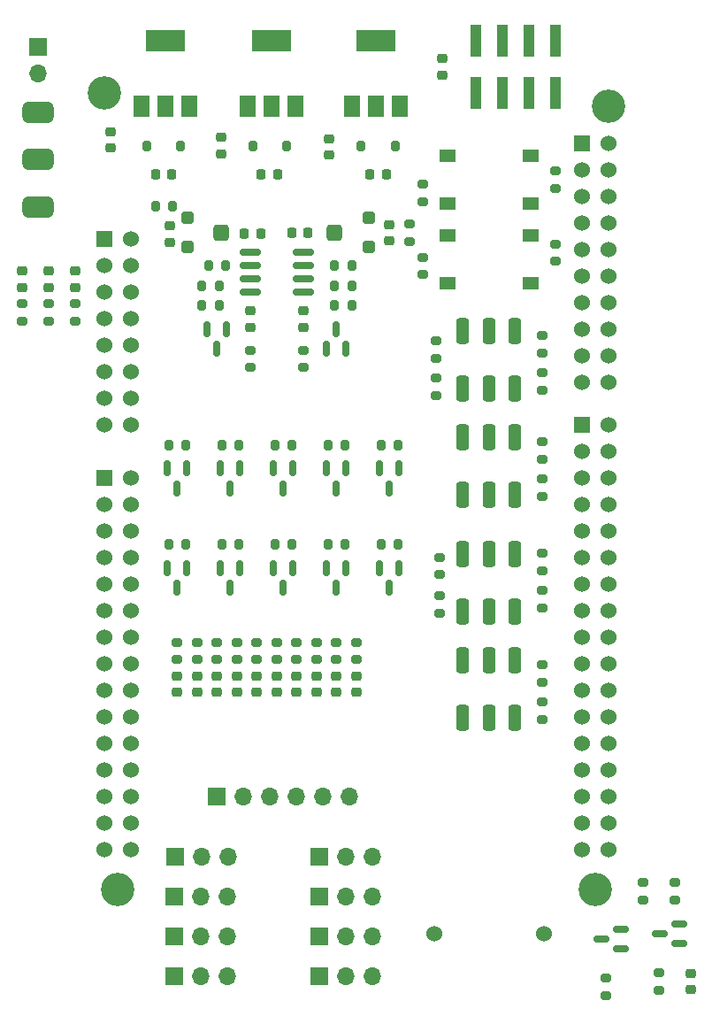
<source format=gbr>
%TF.GenerationSoftware,KiCad,Pcbnew,(6.0.2)*%
%TF.CreationDate,2022-03-26T13:32:26+00:00*%
%TF.ProjectId,Main-Craft-PCB,4d61696e-2d43-4726-9166-742d5043422e,rev?*%
%TF.SameCoordinates,Original*%
%TF.FileFunction,Soldermask,Top*%
%TF.FilePolarity,Negative*%
%FSLAX46Y46*%
G04 Gerber Fmt 4.6, Leading zero omitted, Abs format (unit mm)*
G04 Created by KiCad (PCBNEW (6.0.2)) date 2022-03-26 13:32:26*
%MOMM*%
%LPD*%
G01*
G04 APERTURE LIST*
G04 Aperture macros list*
%AMRoundRect*
0 Rectangle with rounded corners*
0 $1 Rounding radius*
0 $2 $3 $4 $5 $6 $7 $8 $9 X,Y pos of 4 corners*
0 Add a 4 corners polygon primitive as box body*
4,1,4,$2,$3,$4,$5,$6,$7,$8,$9,$2,$3,0*
0 Add four circle primitives for the rounded corners*
1,1,$1+$1,$2,$3*
1,1,$1+$1,$4,$5*
1,1,$1+$1,$6,$7*
1,1,$1+$1,$8,$9*
0 Add four rect primitives between the rounded corners*
20,1,$1+$1,$2,$3,$4,$5,0*
20,1,$1+$1,$4,$5,$6,$7,0*
20,1,$1+$1,$6,$7,$8,$9,0*
20,1,$1+$1,$8,$9,$2,$3,0*%
G04 Aperture macros list end*
%ADD10RoundRect,0.200000X0.200000X0.300000X-0.200000X0.300000X-0.200000X-0.300000X0.200000X-0.300000X0*%
%ADD11RoundRect,0.300000X-0.300000X0.300000X-0.300000X-0.300000X0.300000X-0.300000X0.300000X0.300000X0*%
%ADD12RoundRect,0.375000X-0.375000X0.425000X-0.375000X-0.425000X0.375000X-0.425000X0.375000X0.425000X0*%
%ADD13RoundRect,0.300000X0.300000X-0.300000X0.300000X0.300000X-0.300000X0.300000X-0.300000X-0.300000X0*%
%ADD14RoundRect,0.375000X0.375000X-0.425000X0.375000X0.425000X-0.375000X0.425000X-0.375000X-0.425000X0*%
%ADD15R,1.500000X2.000000*%
%ADD16R,3.800000X2.000000*%
%ADD17RoundRect,0.200000X0.275000X-0.200000X0.275000X0.200000X-0.275000X0.200000X-0.275000X-0.200000X0*%
%ADD18C,3.200000*%
%ADD19C,1.530000*%
%ADD20R,1.530000X1.530000*%
%ADD21RoundRect,0.200000X-0.275000X0.200000X-0.275000X-0.200000X0.275000X-0.200000X0.275000X0.200000X0*%
%ADD22RoundRect,0.500000X1.000000X-0.500000X1.000000X0.500000X-1.000000X0.500000X-1.000000X-0.500000X0*%
%ADD23O,1.700000X1.700000*%
%ADD24R,1.700000X1.700000*%
%ADD25RoundRect,0.200000X0.200000X0.275000X-0.200000X0.275000X-0.200000X-0.275000X0.200000X-0.275000X0*%
%ADD26RoundRect,0.162500X0.825000X0.162500X-0.825000X0.162500X-0.825000X-0.162500X0.825000X-0.162500X0*%
%ADD27RoundRect,0.150000X-0.150000X0.587500X-0.150000X-0.587500X0.150000X-0.587500X0.150000X0.587500X0*%
%ADD28RoundRect,0.200000X-0.200000X-0.275000X0.200000X-0.275000X0.200000X0.275000X-0.200000X0.275000X0*%
%ADD29RoundRect,0.218750X0.256250X-0.218750X0.256250X0.218750X-0.256250X0.218750X-0.256250X-0.218750X0*%
%ADD30RoundRect,0.218750X-0.256250X0.218750X-0.256250X-0.218750X0.256250X-0.218750X0.256250X0.218750X0*%
%ADD31R,1.550000X1.300000*%
%ADD32RoundRect,0.225000X-0.225000X-0.250000X0.225000X-0.250000X0.225000X0.250000X-0.225000X0.250000X0*%
%ADD33RoundRect,0.225000X-0.250000X0.225000X-0.250000X-0.225000X0.250000X-0.225000X0.250000X0.225000X0*%
%ADD34R,1.000000X3.150000*%
%ADD35RoundRect,0.300000X0.300000X-0.950000X0.300000X0.950000X-0.300000X0.950000X-0.300000X-0.950000X0*%
%ADD36RoundRect,0.225000X0.250000X-0.225000X0.250000X0.225000X-0.250000X0.225000X-0.250000X-0.225000X0*%
%ADD37RoundRect,0.225000X0.225000X0.250000X-0.225000X0.250000X-0.225000X-0.250000X0.225000X-0.250000X0*%
%ADD38RoundRect,0.150000X0.587500X0.150000X-0.587500X0.150000X-0.587500X-0.150000X0.587500X-0.150000X0*%
%ADD39RoundRect,0.150000X0.150000X-0.587500X0.150000X0.587500X-0.150000X0.587500X-0.150000X-0.587500X0*%
%ADD40C,1.524000*%
G04 APERTURE END LIST*
D10*
%TO.C,D16*%
X138145000Y-65405000D03*
X134905000Y-65405000D03*
%TD*%
%TO.C,D15*%
X148305000Y-65405000D03*
X145065000Y-65405000D03*
%TD*%
%TO.C,D14*%
X158659140Y-65405000D03*
X155419140Y-65405000D03*
%TD*%
D11*
%TO.C,RV2*%
X138790000Y-72250000D03*
D12*
X142040000Y-73650000D03*
D11*
X138790000Y-75050000D03*
%TD*%
D13*
%TO.C,RV1*%
X156105000Y-75060000D03*
D14*
X152855000Y-73660000D03*
D13*
X156105000Y-72260000D03*
%TD*%
D15*
%TO.C,U5*%
X134352000Y-61570000D03*
X136652000Y-61570000D03*
X138952000Y-61570000D03*
D16*
X136652000Y-55270000D03*
%TD*%
D15*
%TO.C,U3*%
X154545000Y-61570000D03*
X156845000Y-61570000D03*
X159145000Y-61570000D03*
D16*
X156845000Y-55270000D03*
%TD*%
D15*
%TO.C,U4*%
X144512000Y-61570000D03*
X146812000Y-61570000D03*
X149112000Y-61570000D03*
D16*
X146812000Y-55270000D03*
%TD*%
D17*
%TO.C,R28*%
X172720000Y-95313000D03*
X172720000Y-93663000D03*
%TD*%
D18*
%TO.C,U1*%
X179070000Y-61590000D03*
X132080000Y-136520000D03*
X130810000Y-60320000D03*
X177800000Y-136520000D03*
D19*
X133350000Y-79370000D03*
X133350000Y-81910000D03*
X133350000Y-84450000D03*
X133350000Y-86990000D03*
X130810000Y-125090000D03*
X133350000Y-127630000D03*
X130810000Y-76830000D03*
X130810000Y-79370000D03*
X130810000Y-81910000D03*
X176530000Y-75306000D03*
X130810000Y-84450000D03*
X130810000Y-86990000D03*
X130810000Y-89530000D03*
X130810000Y-92070000D03*
X176530000Y-127630000D03*
X176530000Y-85466000D03*
X176530000Y-130170000D03*
X176530000Y-102230000D03*
X130810000Y-102230000D03*
X130810000Y-99690000D03*
X133350000Y-104770000D03*
X133350000Y-107310000D03*
X133350000Y-102230000D03*
X133350000Y-89530000D03*
X133350000Y-99690000D03*
X133350000Y-92070000D03*
X133350000Y-97150000D03*
X133350000Y-112390000D03*
X176530000Y-122550000D03*
X133350000Y-122550000D03*
X133350000Y-114930000D03*
X133350000Y-109850000D03*
X133350000Y-117470000D03*
X130810000Y-120010000D03*
X130810000Y-117470000D03*
X130810000Y-122550000D03*
X133350000Y-125090000D03*
X130810000Y-130170000D03*
X133350000Y-130170000D03*
X130810000Y-127630000D03*
X133350000Y-132710000D03*
X130810000Y-132710000D03*
X179070000Y-72766000D03*
X133350000Y-120010000D03*
X179070000Y-109850000D03*
X133350000Y-76830000D03*
X133350000Y-74290000D03*
X179070000Y-65146000D03*
D20*
X176530000Y-65146000D03*
D19*
X179070000Y-67686000D03*
X179070000Y-70226000D03*
D20*
X176530000Y-92070000D03*
D19*
X176530000Y-125090000D03*
X179070000Y-75306000D03*
X179070000Y-77846000D03*
X179070000Y-80386000D03*
X130810000Y-114930000D03*
X176530000Y-72766000D03*
X176530000Y-107310000D03*
X179070000Y-132710000D03*
X176530000Y-77846000D03*
X179070000Y-117470000D03*
X176530000Y-109850000D03*
X176530000Y-99690000D03*
X179070000Y-130170000D03*
X176530000Y-67686000D03*
X176530000Y-88006000D03*
X176530000Y-80386000D03*
X176530000Y-70226000D03*
X176530000Y-82926000D03*
X176530000Y-94610000D03*
X130810000Y-107310000D03*
D20*
X130810000Y-97150000D03*
D19*
X176530000Y-104770000D03*
X176530000Y-97150000D03*
X179070000Y-112390000D03*
X176530000Y-114930000D03*
X130810000Y-109850000D03*
X176530000Y-117470000D03*
X179070000Y-114930000D03*
X176530000Y-120010000D03*
X179070000Y-82926000D03*
X179070000Y-120010000D03*
X179070000Y-85466000D03*
X179070000Y-122550000D03*
X179070000Y-99690000D03*
X179070000Y-125090000D03*
X179070000Y-94610000D03*
X179070000Y-127630000D03*
X179070000Y-102230000D03*
X179070000Y-97150000D03*
X179070000Y-92070000D03*
X130810000Y-104770000D03*
X179070000Y-88006000D03*
X179070000Y-104770000D03*
X179070000Y-107310000D03*
X176530000Y-132710000D03*
X176530000Y-112390000D03*
X130810000Y-112390000D03*
D20*
X130810000Y-74290000D03*
%TD*%
D21*
%TO.C,R33*%
X172720000Y-107887000D03*
X172720000Y-109537000D03*
%TD*%
%TO.C,R31*%
X172720000Y-118555000D03*
X172720000Y-120205000D03*
%TD*%
D17*
%TO.C,R32*%
X139700000Y-114490000D03*
X139700000Y-112840000D03*
%TD*%
D22*
%TO.C,SW7*%
X124460000Y-71175000D03*
X124460000Y-66675000D03*
X124460000Y-62175000D03*
%TD*%
D23*
%TO.C,BT1*%
X124460000Y-58420000D03*
D24*
X124460000Y-55880000D03*
%TD*%
D25*
%TO.C,R29*%
X142050000Y-103505000D03*
X143700000Y-103505000D03*
%TD*%
D21*
%TO.C,R26*%
X172720000Y-97219000D03*
X172720000Y-98869000D03*
%TD*%
D26*
%TO.C,U2*%
X149857500Y-79375000D03*
X149857500Y-78105000D03*
X149857500Y-76835000D03*
X149857500Y-75565000D03*
X144782500Y-75565000D03*
X144782500Y-76835000D03*
X144782500Y-78105000D03*
X144782500Y-79375000D03*
%TD*%
D27*
%TO.C,Q14*%
X141605000Y-84757500D03*
X140655000Y-82882500D03*
X142555000Y-82882500D03*
%TD*%
D28*
%TO.C,R49*%
X152845000Y-80645000D03*
X154495000Y-80645000D03*
%TD*%
D17*
%TO.C,R21*%
X143510000Y-114490000D03*
X143510000Y-112840000D03*
%TD*%
D29*
%TO.C,D17*%
X122938505Y-78892500D03*
X122938505Y-77317500D03*
%TD*%
D30*
%TO.C,D7*%
X145415000Y-116052500D03*
X145415000Y-117627500D03*
%TD*%
D24*
%TO.C,J10*%
X141605000Y-127635000D03*
D23*
X144145000Y-127635000D03*
X146685000Y-127635000D03*
X149225000Y-127635000D03*
X151765000Y-127635000D03*
X154305000Y-127635000D03*
%TD*%
D27*
%TO.C,Q5*%
X143825000Y-96217500D03*
X141925000Y-96217500D03*
X142875000Y-98092500D03*
%TD*%
D30*
%TO.C,D2*%
X153035000Y-116052500D03*
X153035000Y-117627500D03*
%TD*%
D31*
%TO.C,SW1*%
X163665000Y-66330000D03*
X171615000Y-66330000D03*
X171615000Y-70830000D03*
X163665000Y-70830000D03*
%TD*%
D27*
%TO.C,Q7*%
X159065000Y-105742500D03*
X157165000Y-105742500D03*
X158115000Y-107617500D03*
%TD*%
D30*
%TO.C,D4*%
X151130000Y-116052500D03*
X151130000Y-117627500D03*
%TD*%
D25*
%TO.C,R9*%
X143700000Y-93980000D03*
X142050000Y-93980000D03*
%TD*%
D21*
%TO.C,R14*%
X161290000Y-69025000D03*
X161290000Y-70675000D03*
%TD*%
D30*
%TO.C,D3*%
X154940000Y-116052500D03*
X154940000Y-117627500D03*
%TD*%
D17*
%TO.C,R23*%
X162560000Y-85661000D03*
X162560000Y-84011000D03*
%TD*%
D27*
%TO.C,Q3*%
X153985000Y-96217500D03*
X152085000Y-96217500D03*
X153035000Y-98092500D03*
%TD*%
D17*
%TO.C,R35*%
X160020000Y-74485000D03*
X160020000Y-72835000D03*
%TD*%
D32*
%TO.C,C8*%
X135705022Y-68100428D03*
X137255022Y-68100428D03*
%TD*%
D17*
%TO.C,R40*%
X162935495Y-106378514D03*
X162935495Y-104728514D03*
%TD*%
D33*
%TO.C,C2*%
X137085000Y-73005000D03*
X137085000Y-74555000D03*
%TD*%
D25*
%TO.C,R46*%
X141795000Y-80645000D03*
X140145000Y-80645000D03*
%TD*%
D32*
%TO.C,C7*%
X145844526Y-68100428D03*
X147394526Y-68100428D03*
%TD*%
D17*
%TO.C,R2*%
X137795000Y-114490000D03*
X137795000Y-112840000D03*
%TD*%
%TO.C,R6*%
X154940000Y-114490000D03*
X154940000Y-112840000D03*
%TD*%
D34*
%TO.C,J1*%
X166370000Y-60310000D03*
X166370000Y-55260000D03*
X168910000Y-60310000D03*
X168910000Y-55260000D03*
X171450000Y-60310000D03*
X171450000Y-55260000D03*
X173990000Y-60310000D03*
X173990000Y-55260000D03*
%TD*%
D30*
%TO.C,D6*%
X147320000Y-116052500D03*
X147320000Y-117627500D03*
%TD*%
D24*
%TO.C,J4*%
X151373990Y-140970000D03*
D23*
X153913990Y-140970000D03*
X156453990Y-140970000D03*
%TD*%
D17*
%TO.C,R4*%
X153035000Y-114490000D03*
X153035000Y-112840000D03*
%TD*%
D30*
%TO.C,D5*%
X149225000Y-116052500D03*
X149225000Y-117627500D03*
%TD*%
D17*
%TO.C,R30*%
X172720000Y-105981000D03*
X172720000Y-104331000D03*
%TD*%
%TO.C,R10*%
X149225000Y-114490000D03*
X149225000Y-112840000D03*
%TD*%
D21*
%TO.C,R51*%
X122961832Y-80455000D03*
X122961832Y-82105000D03*
%TD*%
D28*
%TO.C,R44*%
X152845000Y-78740000D03*
X154495000Y-78740000D03*
%TD*%
D24*
%TO.C,J8*%
X137556000Y-140970000D03*
D23*
X140096000Y-140970000D03*
X142636000Y-140970000D03*
%TD*%
D30*
%TO.C,D1*%
X137795000Y-116052500D03*
X137795000Y-117627500D03*
%TD*%
D27*
%TO.C,Q2*%
X159065000Y-96217500D03*
X157165000Y-96217500D03*
X158115000Y-98092500D03*
%TD*%
D21*
%TO.C,R12*%
X173990000Y-67755000D03*
X173990000Y-69405000D03*
%TD*%
D35*
%TO.C,SW5*%
X165140000Y-109938000D03*
X165140000Y-104438000D03*
X167640000Y-109938000D03*
X167640000Y-104438000D03*
X170140000Y-109938000D03*
X170140000Y-104438000D03*
%TD*%
D21*
%TO.C,R16*%
X173990000Y-74740000D03*
X173990000Y-76390000D03*
%TD*%
%TO.C,R53*%
X128016000Y-80455000D03*
X128016000Y-82105000D03*
%TD*%
D24*
%TO.C,J2*%
X151373990Y-133350000D03*
D23*
X153913990Y-133350000D03*
X156453990Y-133350000D03*
%TD*%
D36*
%TO.C,C11*%
X131445000Y-65545000D03*
X131445000Y-63995000D03*
%TD*%
D28*
%TO.C,R39*%
X140780000Y-76835000D03*
X142430000Y-76835000D03*
%TD*%
D30*
%TO.C,D9*%
X141605000Y-116052500D03*
X141605000Y-117627500D03*
%TD*%
D31*
%TO.C,SW2*%
X163665000Y-73950000D03*
X171615000Y-73950000D03*
X171615000Y-78450000D03*
X163665000Y-78450000D03*
%TD*%
D36*
%TO.C,C1*%
X158115000Y-74435000D03*
X158115000Y-72885000D03*
%TD*%
D25*
%TO.C,R19*%
X153860000Y-103505000D03*
X152210000Y-103505000D03*
%TD*%
D17*
%TO.C,R22*%
X172720000Y-85153000D03*
X172720000Y-83503000D03*
%TD*%
D24*
%TO.C,J9*%
X137556000Y-144780000D03*
D23*
X140096000Y-144780000D03*
X142636000Y-144780000D03*
%TD*%
D25*
%TO.C,R7*%
X148780000Y-93980000D03*
X147130000Y-93980000D03*
%TD*%
D35*
%TO.C,SW4*%
X170140000Y-98762000D03*
X170140000Y-93262000D03*
X167640000Y-93262000D03*
X167640000Y-98762000D03*
X165140000Y-93262000D03*
X165140000Y-98762000D03*
%TD*%
%TO.C,SW6*%
X165140000Y-120098000D03*
X165140000Y-114598000D03*
X167640000Y-120098000D03*
X167640000Y-114598000D03*
X170140000Y-120098000D03*
X170140000Y-114598000D03*
%TD*%
D37*
%TO.C,C4*%
X145796907Y-73710643D03*
X144246907Y-73710643D03*
%TD*%
D25*
%TO.C,R3*%
X158940000Y-93980000D03*
X157290000Y-93980000D03*
%TD*%
D17*
%TO.C,R17*%
X145415000Y-114490000D03*
X145415000Y-112840000D03*
%TD*%
D27*
%TO.C,Q6*%
X138745000Y-96217500D03*
X136845000Y-96217500D03*
X137795000Y-98092500D03*
%TD*%
D35*
%TO.C,SW3*%
X170140000Y-88602000D03*
X170140000Y-83102000D03*
X167640000Y-83102000D03*
X167640000Y-88602000D03*
X165140000Y-88602000D03*
X165140000Y-83102000D03*
%TD*%
D25*
%TO.C,R38*%
X154495000Y-76835000D03*
X152845000Y-76835000D03*
%TD*%
D17*
%TO.C,R13*%
X147320000Y-114490000D03*
X147320000Y-112840000D03*
%TD*%
%TO.C,R48*%
X178816000Y-146621000D03*
X178816000Y-144971000D03*
%TD*%
D25*
%TO.C,R1*%
X138620000Y-103505000D03*
X136970000Y-103505000D03*
%TD*%
D17*
%TO.C,R8*%
X151130000Y-114490000D03*
X151130000Y-112840000D03*
%TD*%
D38*
%TO.C,Q11*%
X185849500Y-141666000D03*
X185849500Y-139766000D03*
X183974500Y-140716000D03*
%TD*%
D27*
%TO.C,Q1*%
X138745000Y-105742500D03*
X136845000Y-105742500D03*
X137795000Y-107617500D03*
%TD*%
D21*
%TO.C,R37*%
X162940733Y-108395000D03*
X162940733Y-110045000D03*
%TD*%
D36*
%TO.C,C9*%
X152340347Y-66219768D03*
X152340347Y-64669768D03*
%TD*%
D25*
%TO.C,R5*%
X153860000Y-93980000D03*
X152210000Y-93980000D03*
%TD*%
D36*
%TO.C,C5*%
X163195000Y-58560000D03*
X163195000Y-57010000D03*
%TD*%
D17*
%TO.C,R41*%
X183896000Y-146113000D03*
X183896000Y-144463000D03*
%TD*%
D21*
%TO.C,R20*%
X172720000Y-87059000D03*
X172720000Y-88709000D03*
%TD*%
D30*
%TO.C,D8*%
X143510000Y-116052500D03*
X143510000Y-117627500D03*
%TD*%
D32*
%TO.C,C6*%
X156246652Y-68111847D03*
X157796652Y-68111847D03*
%TD*%
D29*
%TO.C,D11*%
X186944000Y-146075500D03*
X186944000Y-144500500D03*
%TD*%
D21*
%TO.C,R47*%
X182372000Y-135827000D03*
X182372000Y-137477000D03*
%TD*%
D25*
%TO.C,R11*%
X138620000Y-93980000D03*
X136970000Y-93980000D03*
%TD*%
D21*
%TO.C,R43*%
X149860000Y-84900000D03*
X149860000Y-86550000D03*
%TD*%
D24*
%TO.C,J5*%
X151373990Y-144780000D03*
D23*
X153913990Y-144780000D03*
X156453990Y-144780000D03*
%TD*%
D29*
%TO.C,D18*%
X125476000Y-78893812D03*
X125476000Y-77318812D03*
%TD*%
D21*
%TO.C,R52*%
X125476000Y-80455000D03*
X125476000Y-82105000D03*
%TD*%
D17*
%TO.C,R27*%
X141605000Y-114490000D03*
X141605000Y-112840000D03*
%TD*%
D25*
%TO.C,R45*%
X141795000Y-78740000D03*
X140145000Y-78740000D03*
%TD*%
D21*
%TO.C,R42*%
X185420000Y-135827000D03*
X185420000Y-137477000D03*
%TD*%
D32*
%TO.C,C3*%
X148791199Y-73634053D03*
X150341199Y-73634053D03*
%TD*%
D38*
%TO.C,Q12*%
X180261500Y-142174000D03*
X180261500Y-140274000D03*
X178386500Y-141224000D03*
%TD*%
D24*
%TO.C,J7*%
X137556000Y-137160000D03*
D23*
X140096000Y-137160000D03*
X142636000Y-137160000D03*
%TD*%
D17*
%TO.C,R34*%
X172720000Y-116649000D03*
X172720000Y-114999000D03*
%TD*%
D27*
%TO.C,Q8*%
X153985000Y-105742500D03*
X152085000Y-105742500D03*
X153035000Y-107617500D03*
%TD*%
D29*
%TO.C,D13*%
X144780000Y-82702500D03*
X144780000Y-81127500D03*
%TD*%
D21*
%TO.C,R50*%
X144780000Y-84900000D03*
X144780000Y-86550000D03*
%TD*%
D25*
%TO.C,R15*%
X158940000Y-103505000D03*
X157290000Y-103505000D03*
%TD*%
D29*
%TO.C,D12*%
X149860000Y-82702500D03*
X149860000Y-81127500D03*
%TD*%
%TO.C,D19*%
X128016000Y-78892500D03*
X128016000Y-77317500D03*
%TD*%
D25*
%TO.C,R25*%
X148780000Y-103505000D03*
X147130000Y-103505000D03*
%TD*%
D24*
%TO.C,J3*%
X151388990Y-137160000D03*
D23*
X153928990Y-137160000D03*
X156468990Y-137160000D03*
%TD*%
D27*
%TO.C,Q10*%
X143825000Y-105742500D03*
X141925000Y-105742500D03*
X142875000Y-107617500D03*
%TD*%
%TO.C,Q4*%
X148905000Y-96217500D03*
X147005000Y-96217500D03*
X147955000Y-98092500D03*
%TD*%
D36*
%TO.C,C10*%
X142000661Y-66100463D03*
X142000661Y-64550463D03*
%TD*%
D25*
%TO.C,R36*%
X137350000Y-71120000D03*
X135700000Y-71120000D03*
%TD*%
D39*
%TO.C,Q13*%
X152085000Y-84757500D03*
X153985000Y-84757500D03*
X153035000Y-82882500D03*
%TD*%
D27*
%TO.C,Q9*%
X148905000Y-105742500D03*
X147005000Y-105742500D03*
X147955000Y-107617500D03*
%TD*%
D21*
%TO.C,R18*%
X161290000Y-76010000D03*
X161290000Y-77660000D03*
%TD*%
D24*
%TO.C,J6*%
X137571000Y-133350000D03*
D23*
X140111000Y-133350000D03*
X142651000Y-133350000D03*
%TD*%
D21*
%TO.C,R24*%
X162560000Y-87567000D03*
X162560000Y-89217000D03*
%TD*%
D40*
%TO.C,BZ1*%
X162390000Y-140716000D03*
X172890000Y-140716000D03*
%TD*%
D30*
%TO.C,D10*%
X139700000Y-116052500D03*
X139700000Y-117627500D03*
%TD*%
M02*

</source>
